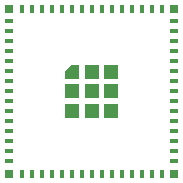
<source format=gbr>
%TF.GenerationSoftware,KiCad,Pcbnew,(6.0.9)*%
%TF.CreationDate,2023-01-18T14:37:53-05:00*%
%TF.ProjectId,esp32-s3-mini,65737033-322d-4733-932d-6d696e692e6b,rev?*%
%TF.SameCoordinates,Original*%
%TF.FileFunction,Copper,L1,Top*%
%TF.FilePolarity,Positive*%
%FSLAX46Y46*%
G04 Gerber Fmt 4.6, Leading zero omitted, Abs format (unit mm)*
G04 Created by KiCad (PCBNEW (6.0.9)) date 2023-01-18 14:37:53*
%MOMM*%
%LPD*%
G01*
G04 APERTURE LIST*
G04 Aperture macros list*
%AMFreePoly0*
4,1,6,0.600000,-0.600000,-0.600000,-0.600000,-0.600000,0.000000,0.000000,0.600000,0.600000,0.600000,0.600000,-0.600000,0.600000,-0.600000,$1*%
G04 Aperture macros list end*
%TA.AperFunction,SMDPad,CuDef*%
%ADD10R,0.800000X0.400000*%
%TD*%
%TA.AperFunction,SMDPad,CuDef*%
%ADD11R,0.400000X0.800000*%
%TD*%
%TA.AperFunction,SMDPad,CuDef*%
%ADD12R,1.200000X1.200000*%
%TD*%
%TA.AperFunction,SMDPad,CuDef*%
%ADD13FreePoly0,0.000000*%
%TD*%
%TA.AperFunction,SMDPad,CuDef*%
%ADD14R,0.800000X0.800000*%
%TD*%
G04 APERTURE END LIST*
D10*
%TO.P,U1,1,GND*%
%TO.N,Net-(U1-Pad1)*%
X143000000Y-94300000D03*
%TO.P,U1,2,GND*%
X143000000Y-95150000D03*
%TO.P,U1,3,3V3*%
%TO.N,unconnected-(U1-Pad3)*%
X143000000Y-96000000D03*
%TO.P,U1,4,GPIO0/BOOT*%
%TO.N,unconnected-(U1-Pad4)*%
X143000000Y-96850000D03*
%TO.P,U1,5,GPIO1/TOUCH1/ADC1_CH0*%
%TO.N,unconnected-(U1-Pad5)*%
X143000000Y-97700000D03*
%TO.P,U1,6,GPIO2/TOUCH2/ADC1_CH1*%
%TO.N,unconnected-(U1-Pad6)*%
X143000000Y-98550000D03*
%TO.P,U1,7,GPIO3/TOUCH3/ADC1_CH2*%
%TO.N,unconnected-(U1-Pad7)*%
X143000000Y-99400000D03*
%TO.P,U1,8,GPIO4/TOUCH4/ADC1_CH3*%
%TO.N,unconnected-(U1-Pad8)*%
X143000000Y-100250000D03*
%TO.P,U1,9,GPIO5/TOUCH5/ADC1_CH4*%
%TO.N,unconnected-(U1-Pad9)*%
X143000000Y-101100000D03*
%TO.P,U1,10,GPIO6/TOUCH6/ADC1_CH5*%
%TO.N,unconnected-(U1-Pad10)*%
X143000000Y-101950000D03*
%TO.P,U1,11,GPIO7/TOUCH7/ADC1_CH6*%
%TO.N,unconnected-(U1-Pad11)*%
X143000000Y-102800000D03*
%TO.P,U1,12,GPIO8/TOUCH8/ADC1_CH7/SUBSPICS1*%
%TO.N,unconnected-(U1-Pad12)*%
X143000000Y-103650000D03*
%TO.P,U1,13,GPIO9/TOUCH9/ADC1_CH8/FSPIHD/SUBSPIHD*%
%TO.N,unconnected-(U1-Pad13)*%
X143000000Y-104500000D03*
%TO.P,U1,14,GPIO10/TOUCH10/ADC1_CH9/FSPICS0/FSPIIO4/SUBSPICS0*%
%TO.N,unconnected-(U1-Pad14)*%
X143000000Y-105350000D03*
%TO.P,U1,15,GPIO11/TOUCH11/ADC2_CH0/FSPID/FSPIIO5/SUBSPID*%
%TO.N,unconnected-(U1-Pad15)*%
X143000000Y-106200000D03*
D11*
%TO.P,U1,16,GPIO12/TOUCH12/ADC2_CH1/FSPICLK/FSPIIO6/SUBSPICLK*%
%TO.N,unconnected-(U1-Pad16)*%
X144050000Y-107250000D03*
%TO.P,U1,17,GPIO13/TOUCH13/ADC2_CH2/FSPIQ/FSPIIO7/SUBSPIQ*%
%TO.N,unconnected-(U1-Pad17)*%
X144900000Y-107250000D03*
%TO.P,U1,18,GPIO14/TOUCH14/ADC2_CH3/FSPIWP/FSPIDQS/SUBSPIWP*%
%TO.N,unconnected-(U1-Pad18)*%
X145750000Y-107250000D03*
%TO.P,U1,19,GPIO15/U0RTS/ADC2_CH4/XTAL_32K_P*%
%TO.N,unconnected-(U1-Pad19)*%
X146600000Y-107250000D03*
%TO.P,U1,20,GPIO16/U0CTS/ADC2_CH5/XTAL_32K_NH5*%
%TO.N,unconnected-(U1-Pad20)*%
X147450000Y-107250000D03*
%TO.P,U1,21,GPIO17/U1TXD/ADC2_CH6*%
%TO.N,unconnected-(U1-Pad21)*%
X148300000Y-107250000D03*
%TO.P,U1,22,GPIO18/U1RXD/ADC2_CH7/CLK_OUT3*%
%TO.N,unconnected-(U1-Pad22)*%
X149150000Y-107250000D03*
%TO.P,U1,23,GPIO19/U1RTS/ADC2_CH8/CLK_OUT2/USB_D-*%
%TO.N,unconnected-(U1-Pad23)*%
X150000000Y-107250000D03*
%TO.P,U1,24,GPIO20/U1CTS/ADC2_CH9/CLK_OUT1/USB_D+*%
%TO.N,unconnected-(U1-Pad24)*%
X150850000Y-107250000D03*
%TO.P,U1,25,GPIO21*%
%TO.N,unconnected-(U1-Pad25)*%
X151700000Y-107250000D03*
%TO.P,U1,26,GPIO26*%
%TO.N,unconnected-(U1-Pad26)*%
X152550000Y-107250000D03*
%TO.P,U1,27,GPIO47/SPICLK_P/SUBSPICLK_P_DIFF*%
%TO.N,unconnected-(U1-Pad27)*%
X153400000Y-107250000D03*
%TO.P,U1,28,SPIIO4/GPIO33/FSPIHD/SUBSPIHD*%
%TO.N,unconnected-(U1-Pad28)*%
X154250000Y-107250000D03*
%TO.P,U1,29,SPIIO5/GPIO34/FSPICS0/SUBSPICS0*%
%TO.N,unconnected-(U1-Pad29)*%
X155100000Y-107250000D03*
%TO.P,U1,30,GPIO48/SPICLK_N/SUBSPICLK_N_DIFF*%
%TO.N,unconnected-(U1-Pad30)*%
X155950000Y-107250000D03*
D10*
%TO.P,U1,31,SPIIO6/GPIO35/FSPID/SUBSPID*%
%TO.N,unconnected-(U1-Pad31)*%
X157000000Y-106200000D03*
%TO.P,U1,32,SPIIO7/GPIO36/FSPICLK/SUBSPICLK*%
%TO.N,unconnected-(U1-Pad32)*%
X157000000Y-105350000D03*
%TO.P,U1,33,SPIDQS/GPIO37/FSPIQ/SUBSPIQ*%
%TO.N,unconnected-(U1-Pad33)*%
X157000000Y-104500000D03*
%TO.P,U1,34,GPIO38/FSPIWP/SUBSPIWP*%
%TO.N,unconnected-(U1-Pad34)*%
X157000000Y-103650000D03*
%TO.P,U1,35,MTCK/GPIO39/CLK_OUT3/SUBSPICS1*%
%TO.N,unconnected-(U1-Pad35)*%
X157000000Y-102800000D03*
%TO.P,U1,36,MTDO/GPIO40/CLK_OUT2*%
%TO.N,unconnected-(U1-Pad36)*%
X157000000Y-101950000D03*
%TO.P,U1,37,MTDI/GPIO41/CLK_OUT1*%
%TO.N,unconnected-(U1-Pad37)*%
X157000000Y-101100000D03*
%TO.P,U1,38,MTMS/GPIO42*%
%TO.N,unconnected-(U1-Pad38)*%
X157000000Y-100250000D03*
%TO.P,U1,39,U0TXD/GPIO43/CLK_OUT1*%
%TO.N,unconnected-(U1-Pad39)*%
X157000000Y-99400000D03*
%TO.P,U1,40,U0RXD/GPIO44/CLK_OUT2*%
%TO.N,unconnected-(U1-Pad40)*%
X157000000Y-98550000D03*
%TO.P,U1,41,GPIO45*%
%TO.N,unconnected-(U1-Pad41)*%
X157000000Y-97700000D03*
%TO.P,U1,42,GND*%
%TO.N,Net-(U1-Pad1)*%
X157000000Y-96850000D03*
%TO.P,U1,43,GND*%
X157000000Y-96000000D03*
%TO.P,U1,44,GPIO46*%
%TO.N,unconnected-(U1-Pad44)*%
X157000000Y-95150000D03*
%TO.P,U1,45,EN*%
%TO.N,unconnected-(U1-Pad45)*%
X157000000Y-94300000D03*
D11*
%TO.P,U1,46,GND*%
%TO.N,Net-(U1-Pad1)*%
X155950000Y-93250000D03*
%TO.P,U1,47,GND*%
X155100000Y-93250000D03*
%TO.P,U1,48,GND*%
X154250000Y-93250000D03*
%TO.P,U1,49,GND*%
X153400000Y-93250000D03*
%TO.P,U1,50,GND*%
X152550000Y-93250000D03*
%TO.P,U1,51,GND*%
X151700000Y-93250000D03*
%TO.P,U1,52,GND*%
X150850000Y-93250000D03*
%TO.P,U1,53,GND*%
X150000000Y-93250000D03*
%TO.P,U1,54,GND*%
X149150000Y-93250000D03*
%TO.P,U1,55,GND*%
X148300000Y-93250000D03*
%TO.P,U1,56,GND*%
X147450000Y-93250000D03*
%TO.P,U1,57,GND*%
X146600000Y-93250000D03*
%TO.P,U1,58,GND*%
X145750000Y-93250000D03*
%TO.P,U1,59,GND*%
X144900000Y-93250000D03*
%TO.P,U1,60,GND*%
X144050000Y-93250000D03*
D12*
%TO.P,U1,61,GND*%
X151650000Y-100250000D03*
X148350000Y-101900000D03*
X148350000Y-100250000D03*
D13*
X148350000Y-98600000D03*
D12*
X151650000Y-101900000D03*
X151650000Y-98600000D03*
X150000000Y-100250000D03*
X150000000Y-101900000D03*
X150000000Y-98600000D03*
D14*
%TO.P,U1,62,GND*%
X143000000Y-93250000D03*
%TO.P,U1,63,GND*%
X143000000Y-107250000D03*
%TO.P,U1,64,GND*%
X157000000Y-107250000D03*
%TO.P,U1,65,GND*%
X157000000Y-93250000D03*
%TD*%
M02*

</source>
